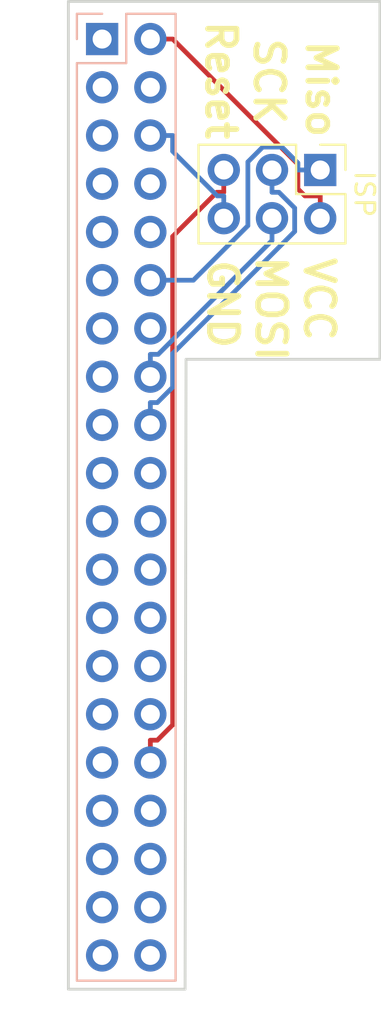
<source format=kicad_pcb>
(kicad_pcb (version 20171130) (host pcbnew "(5.0.2)-1")

  (general
    (thickness 1.6)
    (drawings 12)
    (tracks 39)
    (zones 0)
    (modules 2)
    (nets 7)
  )

  (page A4)
  (layers
    (0 F.Cu signal)
    (31 B.Cu signal)
    (32 B.Adhes user)
    (33 F.Adhes user)
    (34 B.Paste user)
    (35 F.Paste user)
    (36 B.SilkS user)
    (37 F.SilkS user)
    (38 B.Mask user)
    (39 F.Mask user)
    (40 Dwgs.User user)
    (41 Cmts.User user)
    (42 Eco1.User user)
    (43 Eco2.User user)
    (44 Edge.Cuts user)
    (45 Margin user)
    (46 B.CrtYd user)
    (47 F.CrtYd user)
    (48 B.Fab user)
    (49 F.Fab user)
  )

  (setup
    (last_trace_width 0.25)
    (trace_clearance 0.2)
    (zone_clearance 0.508)
    (zone_45_only no)
    (trace_min 0.2)
    (segment_width 0.2)
    (edge_width 0.15)
    (via_size 0.8)
    (via_drill 0.4)
    (via_min_size 0.4)
    (via_min_drill 0.3)
    (uvia_size 0.3)
    (uvia_drill 0.1)
    (uvias_allowed no)
    (uvia_min_size 0.2)
    (uvia_min_drill 0.1)
    (pcb_text_width 0.3)
    (pcb_text_size 1.5 1.5)
    (mod_edge_width 0.15)
    (mod_text_size 1 1)
    (mod_text_width 0.15)
    (pad_size 1.524 1.524)
    (pad_drill 0.762)
    (pad_to_mask_clearance 0.051)
    (solder_mask_min_width 0.25)
    (aux_axis_origin 0 0)
    (visible_elements FFFFFF7F)
    (pcbplotparams
      (layerselection 0x010fc_ffffffff)
      (usegerberextensions false)
      (usegerberattributes false)
      (usegerberadvancedattributes false)
      (creategerberjobfile false)
      (excludeedgelayer true)
      (linewidth 0.100000)
      (plotframeref false)
      (viasonmask false)
      (mode 1)
      (useauxorigin false)
      (hpglpennumber 1)
      (hpglpenspeed 20)
      (hpglpendiameter 15.000000)
      (psnegative false)
      (psa4output false)
      (plotreference true)
      (plotvalue true)
      (plotinvisibletext false)
      (padsonsilk false)
      (subtractmaskfromsilk false)
      (outputformat 1)
      (mirror false)
      (drillshape 1)
      (scaleselection 1)
      (outputdirectory ""))
  )

  (net 0 "")
  (net 1 /ISP_VCC)
  (net 2 /ISP_GND)
  (net 3 /ISP_MISO)
  (net 4 /ISP_MOSI)
  (net 5 /ISP_SCK)
  (net 6 /ISP_RESET)

  (net_class Default "This is the default net class."
    (clearance 0.2)
    (trace_width 0.25)
    (via_dia 0.8)
    (via_drill 0.4)
    (uvia_dia 0.3)
    (uvia_drill 0.1)
    (add_net /ISP_GND)
    (add_net /ISP_MISO)
    (add_net /ISP_MOSI)
    (add_net /ISP_RESET)
    (add_net /ISP_SCK)
    (add_net /ISP_VCC)
  )

  (module Connector_PinSocket_2.54mm:PinSocket_2x20_P2.54mm_Vertical (layer B.Cu) (tedit 5CD612F0) (tstamp 5CE2A7C9)
    (at 156.515 87.376 180)
    (descr "Through hole straight socket strip, 2x20, 2.54mm pitch, double cols (from Kicad 4.0.7), script generated")
    (tags "Through hole socket strip THT 2x20 2.54mm double row")
    (path /5CD610BF)
    (fp_text reference J1 (at -1.27 2.77 180) (layer B.SilkS) hide
      (effects (font (size 1 1) (thickness 0.15)) (justify mirror))
    )
    (fp_text value Raspberry_Pi_2_3 (at -1.27 -51.03 180) (layer B.Fab)
      (effects (font (size 1 1) (thickness 0.15)) (justify mirror))
    )
    (fp_line (start -3.81 1.27) (end 0.27 1.27) (layer B.Fab) (width 0.1))
    (fp_line (start 0.27 1.27) (end 1.27 0.27) (layer B.Fab) (width 0.1))
    (fp_line (start 1.27 0.27) (end 1.27 -49.53) (layer B.Fab) (width 0.1))
    (fp_line (start 1.27 -49.53) (end -3.81 -49.53) (layer B.Fab) (width 0.1))
    (fp_line (start -3.81 -49.53) (end -3.81 1.27) (layer B.Fab) (width 0.1))
    (fp_line (start -3.87 1.33) (end -1.27 1.33) (layer B.SilkS) (width 0.12))
    (fp_line (start -3.87 1.33) (end -3.87 -49.59) (layer B.SilkS) (width 0.12))
    (fp_line (start -3.87 -49.59) (end 1.33 -49.59) (layer B.SilkS) (width 0.12))
    (fp_line (start 1.33 -1.27) (end 1.33 -49.59) (layer B.SilkS) (width 0.12))
    (fp_line (start -1.27 -1.27) (end 1.33 -1.27) (layer B.SilkS) (width 0.12))
    (fp_line (start -1.27 1.33) (end -1.27 -1.27) (layer B.SilkS) (width 0.12))
    (fp_line (start 1.33 1.33) (end 1.33 0) (layer B.SilkS) (width 0.12))
    (fp_line (start 0 1.33) (end 1.33 1.33) (layer B.SilkS) (width 0.12))
    (fp_line (start -4.34 1.8) (end 1.76 1.8) (layer B.CrtYd) (width 0.05))
    (fp_line (start 1.76 1.8) (end 1.76 -50) (layer B.CrtYd) (width 0.05))
    (fp_line (start 1.76 -50) (end -4.34 -50) (layer B.CrtYd) (width 0.05))
    (fp_line (start -4.34 -50) (end -4.34 1.8) (layer B.CrtYd) (width 0.05))
    (fp_text user %R (at -1.27 -24.13 90) (layer B.Fab)
      (effects (font (size 1 1) (thickness 0.15)) (justify mirror))
    )
    (pad 1 thru_hole rect (at 0 0 180) (size 1.7 1.7) (drill 1) (layers *.Cu *.Mask))
    (pad 2 thru_hole oval (at -2.54 0 180) (size 1.7 1.7) (drill 1) (layers *.Cu *.Mask)
      (net 1 /ISP_VCC))
    (pad 3 thru_hole oval (at 0 -2.54 180) (size 1.7 1.7) (drill 1) (layers *.Cu *.Mask))
    (pad 4 thru_hole oval (at -2.54 -2.54 180) (size 1.7 1.7) (drill 1) (layers *.Cu *.Mask))
    (pad 5 thru_hole oval (at 0 -5.08 180) (size 1.7 1.7) (drill 1) (layers *.Cu *.Mask))
    (pad 6 thru_hole oval (at -2.54 -5.08 180) (size 1.7 1.7) (drill 1) (layers *.Cu *.Mask)
      (net 2 /ISP_GND))
    (pad 7 thru_hole oval (at 0 -7.62 180) (size 1.7 1.7) (drill 1) (layers *.Cu *.Mask))
    (pad 8 thru_hole oval (at -2.54 -7.62 180) (size 1.7 1.7) (drill 1) (layers *.Cu *.Mask))
    (pad 9 thru_hole oval (at 0 -10.16 180) (size 1.7 1.7) (drill 1) (layers *.Cu *.Mask))
    (pad 10 thru_hole oval (at -2.54 -10.16 180) (size 1.7 1.7) (drill 1) (layers *.Cu *.Mask))
    (pad 11 thru_hole oval (at 0 -12.7 180) (size 1.7 1.7) (drill 1) (layers *.Cu *.Mask))
    (pad 12 thru_hole oval (at -2.54 -12.7 180) (size 1.7 1.7) (drill 1) (layers *.Cu *.Mask)
      (net 3 /ISP_MISO))
    (pad 13 thru_hole oval (at 0 -15.24 180) (size 1.7 1.7) (drill 1) (layers *.Cu *.Mask))
    (pad 14 thru_hole oval (at -2.54 -15.24 180) (size 1.7 1.7) (drill 1) (layers *.Cu *.Mask))
    (pad 15 thru_hole oval (at 0 -17.78 180) (size 1.7 1.7) (drill 1) (layers *.Cu *.Mask))
    (pad 16 thru_hole oval (at -2.54 -17.78 180) (size 1.7 1.7) (drill 1) (layers *.Cu *.Mask)
      (net 4 /ISP_MOSI))
    (pad 17 thru_hole oval (at 0 -20.32 180) (size 1.7 1.7) (drill 1) (layers *.Cu *.Mask))
    (pad 18 thru_hole oval (at -2.54 -20.32 180) (size 1.7 1.7) (drill 1) (layers *.Cu *.Mask)
      (net 5 /ISP_SCK))
    (pad 19 thru_hole oval (at 0 -22.86 180) (size 1.7 1.7) (drill 1) (layers *.Cu *.Mask))
    (pad 20 thru_hole oval (at -2.54 -22.86 180) (size 1.7 1.7) (drill 1) (layers *.Cu *.Mask))
    (pad 21 thru_hole oval (at 0 -25.4 180) (size 1.7 1.7) (drill 1) (layers *.Cu *.Mask))
    (pad 22 thru_hole oval (at -2.54 -25.4 180) (size 1.7 1.7) (drill 1) (layers *.Cu *.Mask))
    (pad 23 thru_hole oval (at 0 -27.94 180) (size 1.7 1.7) (drill 1) (layers *.Cu *.Mask))
    (pad 24 thru_hole oval (at -2.54 -27.94 180) (size 1.7 1.7) (drill 1) (layers *.Cu *.Mask))
    (pad 25 thru_hole oval (at 0 -30.48 180) (size 1.7 1.7) (drill 1) (layers *.Cu *.Mask))
    (pad 26 thru_hole oval (at -2.54 -30.48 180) (size 1.7 1.7) (drill 1) (layers *.Cu *.Mask))
    (pad 27 thru_hole oval (at 0 -33.02 180) (size 1.7 1.7) (drill 1) (layers *.Cu *.Mask))
    (pad 28 thru_hole oval (at -2.54 -33.02 180) (size 1.7 1.7) (drill 1) (layers *.Cu *.Mask))
    (pad 29 thru_hole oval (at 0 -35.56 180) (size 1.7 1.7) (drill 1) (layers *.Cu *.Mask))
    (pad 30 thru_hole oval (at -2.54 -35.56 180) (size 1.7 1.7) (drill 1) (layers *.Cu *.Mask))
    (pad 31 thru_hole oval (at 0 -38.1 180) (size 1.7 1.7) (drill 1) (layers *.Cu *.Mask))
    (pad 32 thru_hole oval (at -2.54 -38.1 180) (size 1.7 1.7) (drill 1) (layers *.Cu *.Mask)
      (net 6 /ISP_RESET))
    (pad 33 thru_hole oval (at 0 -40.64 180) (size 1.7 1.7) (drill 1) (layers *.Cu *.Mask))
    (pad 34 thru_hole oval (at -2.54 -40.64 180) (size 1.7 1.7) (drill 1) (layers *.Cu *.Mask))
    (pad 35 thru_hole oval (at 0 -43.18 180) (size 1.7 1.7) (drill 1) (layers *.Cu *.Mask))
    (pad 36 thru_hole oval (at -2.54 -43.18 180) (size 1.7 1.7) (drill 1) (layers *.Cu *.Mask))
    (pad 37 thru_hole oval (at 0 -45.72 180) (size 1.7 1.7) (drill 1) (layers *.Cu *.Mask))
    (pad 38 thru_hole oval (at -2.54 -45.72 180) (size 1.7 1.7) (drill 1) (layers *.Cu *.Mask))
    (pad 39 thru_hole oval (at 0 -48.26 180) (size 1.7 1.7) (drill 1) (layers *.Cu *.Mask))
    (pad 40 thru_hole oval (at -2.54 -48.26 180) (size 1.7 1.7) (drill 1) (layers *.Cu *.Mask))
    (model ${KISYS3DMOD}/Connector_PinSocket_2.54mm.3dshapes/PinSocket_2x20_P2.54mm_Vertical.wrl
      (at (xyz 0 0 0))
      (scale (xyz 1 1 1))
      (rotate (xyz 0 0 0))
    )
  )

  (module Connector_PinHeader_2.54mm:PinHeader_2x03_P2.54mm_Vertical (layer F.Cu) (tedit 5CD613DD) (tstamp 5CE2A7E5)
    (at 168.002 94.2714 270)
    (descr "Through hole straight pin header, 2x03, 2.54mm pitch, double rows")
    (tags "Through hole pin header THT 2x03 2.54mm double row")
    (path /5CD614D9)
    (fp_text reference ISP (at 1.27 -2.33 270 unlocked) (layer F.SilkS)
      (effects (font (size 1 1) (thickness 0.15)))
    )
    (fp_text value AVR-ISP-6 (at 1.27 7.41 270) (layer F.Fab)
      (effects (font (size 1 1) (thickness 0.15)))
    )
    (fp_line (start 0 -1.27) (end 3.81 -1.27) (layer F.Fab) (width 0.1))
    (fp_line (start 3.81 -1.27) (end 3.81 6.35) (layer F.Fab) (width 0.1))
    (fp_line (start 3.81 6.35) (end -1.27 6.35) (layer F.Fab) (width 0.1))
    (fp_line (start -1.27 6.35) (end -1.27 0) (layer F.Fab) (width 0.1))
    (fp_line (start -1.27 0) (end 0 -1.27) (layer F.Fab) (width 0.1))
    (fp_line (start -1.33 6.41) (end 3.87 6.41) (layer F.SilkS) (width 0.12))
    (fp_line (start -1.33 1.27) (end -1.33 6.41) (layer F.SilkS) (width 0.12))
    (fp_line (start 3.87 -1.33) (end 3.87 6.41) (layer F.SilkS) (width 0.12))
    (fp_line (start -1.33 1.27) (end 1.27 1.27) (layer F.SilkS) (width 0.12))
    (fp_line (start 1.27 1.27) (end 1.27 -1.33) (layer F.SilkS) (width 0.12))
    (fp_line (start 1.27 -1.33) (end 3.87 -1.33) (layer F.SilkS) (width 0.12))
    (fp_line (start -1.33 0) (end -1.33 -1.33) (layer F.SilkS) (width 0.12))
    (fp_line (start -1.33 -1.33) (end 0 -1.33) (layer F.SilkS) (width 0.12))
    (fp_line (start -1.8 -1.8) (end -1.8 6.85) (layer F.CrtYd) (width 0.05))
    (fp_line (start -1.8 6.85) (end 4.35 6.85) (layer F.CrtYd) (width 0.05))
    (fp_line (start 4.35 6.85) (end 4.35 -1.8) (layer F.CrtYd) (width 0.05))
    (fp_line (start 4.35 -1.8) (end -1.8 -1.8) (layer F.CrtYd) (width 0.05))
    (fp_text user %R (at 1.27 2.54) (layer F.Fab)
      (effects (font (size 1 1) (thickness 0.15)))
    )
    (pad 1 thru_hole rect (at 0 0 270) (size 1.7 1.7) (drill 1) (layers *.Cu *.Mask)
      (net 3 /ISP_MISO))
    (pad 2 thru_hole oval (at 2.54 0 270) (size 1.7 1.7) (drill 1) (layers *.Cu *.Mask)
      (net 1 /ISP_VCC))
    (pad 3 thru_hole oval (at 0 2.54 270) (size 1.7 1.7) (drill 1) (layers *.Cu *.Mask)
      (net 5 /ISP_SCK))
    (pad 4 thru_hole oval (at 2.54 2.54 270) (size 1.7 1.7) (drill 1) (layers *.Cu *.Mask)
      (net 4 /ISP_MOSI))
    (pad 5 thru_hole oval (at 0 5.08 270) (size 1.7 1.7) (drill 1) (layers *.Cu *.Mask)
      (net 6 /ISP_RESET))
    (pad 6 thru_hole oval (at 2.54 5.08 270) (size 1.7 1.7) (drill 1) (layers *.Cu *.Mask)
      (net 2 /ISP_GND))
    (model ${KISYS3DMOD}/Connector_PinHeader_2.54mm.3dshapes/PinHeader_2x03_P2.54mm_Vertical.wrl
      (at (xyz 0 0 0))
      (scale (xyz 1 1 1))
      (rotate (xyz 0 0 0))
    )
  )

  (gr_line (start 154.7368 85.3948) (end 154.7368 137.414) (layer Edge.Cuts) (width 0.15))
  (gr_line (start 171.1452 85.3948) (end 154.7368 85.3948) (layer Edge.Cuts) (width 0.15))
  (gr_line (start 171.1452 104.2416) (end 171.1452 85.3948) (layer Edge.Cuts) (width 0.15))
  (gr_line (start 160.9344 104.2416) (end 171.1452 104.2416) (layer Edge.Cuts) (width 0.15))
  (gr_line (start 160.8836 137.414) (end 160.9344 104.2416) (layer Edge.Cuts) (width 0.15))
  (gr_line (start 154.7368 137.414) (end 160.8836 137.414) (layer Edge.Cuts) (width 0.15))
  (gr_text GND (at 162.870779 101.332635 270) (layer F.SilkS)
    (effects (font (size 1.5 1.5) (thickness 0.3)))
  )
  (gr_text MOSI (at 165.410779 101.586635 270) (layer F.SilkS)
    (effects (font (size 1.5 1.5) (thickness 0.3)))
  )
  (gr_text VCC (at 167.950779 101.078635 270) (layer F.SilkS)
    (effects (font (size 1.5 1.5) (thickness 0.3)))
  )
  (gr_text Reset (at 162.769179 89.547035 270) (layer F.SilkS)
    (effects (font (size 1.5 1.5) (thickness 0.3)))
  )
  (gr_text SCK (at 165.309179 89.597835 270) (layer F.SilkS)
    (effects (font (size 1.5 1.5) (thickness 0.3)))
  )
  (gr_text Miso (at 168.052379 90.004235 270) (layer F.SilkS)
    (effects (font (size 1.5 1.5) (thickness 0.3)))
  )

  (segment (start 168.002 96.8114) (end 168.002 95.6361) (width 0.25) (layer F.Cu) (net 1))
  (segment (start 168.002 95.6361) (end 167.1939 95.6361) (width 0.25) (layer F.Cu) (net 1))
  (segment (start 167.1939 95.6361) (end 166.8267 95.2689) (width 0.25) (layer F.Cu) (net 1))
  (segment (start 166.8267 95.2689) (end 166.8267 93.9709) (width 0.25) (layer F.Cu) (net 1))
  (segment (start 166.8267 93.9709) (end 160.2318 87.376) (width 0.25) (layer F.Cu) (net 1))
  (segment (start 160.2318 87.376) (end 159.055 87.376) (width 0.25) (layer F.Cu) (net 1))
  (segment (start 159.055 92.456) (end 160.2303 92.456) (width 0.25) (layer B.Cu) (net 2))
  (segment (start 162.922 96.8114) (end 162.922 95.6361) (width 0.25) (layer B.Cu) (net 2))
  (segment (start 162.922 95.6361) (end 162.5785 95.6361) (width 0.25) (layer B.Cu) (net 2))
  (segment (start 162.5785 95.6361) (end 160.2303 93.2879) (width 0.25) (layer B.Cu) (net 2))
  (segment (start 160.2303 93.2879) (end 160.2303 92.456) (width 0.25) (layer B.Cu) (net 2))
  (segment (start 168.002 94.2714) (end 166.8267 94.2714) (width 0.25) (layer B.Cu) (net 3))
  (segment (start 166.8267 94.2714) (end 166.8267 93.9041) (width 0.25) (layer B.Cu) (net 3))
  (segment (start 166.8267 93.9041) (end 165.9868 93.0642) (width 0.25) (layer B.Cu) (net 3))
  (segment (start 165.9868 93.0642) (end 164.9728 93.0642) (width 0.25) (layer B.Cu) (net 3))
  (segment (start 164.9728 93.0642) (end 164.192 93.845) (width 0.25) (layer B.Cu) (net 3))
  (segment (start 164.192 93.845) (end 164.192 97.2056) (width 0.25) (layer B.Cu) (net 3))
  (segment (start 164.192 97.2056) (end 161.3216 100.076) (width 0.25) (layer B.Cu) (net 3))
  (segment (start 161.3216 100.076) (end 159.055 100.076) (width 0.25) (layer B.Cu) (net 3))
  (segment (start 165.462 96.8114) (end 165.462 97.9867) (width 0.25) (layer B.Cu) (net 4))
  (segment (start 159.055 105.156) (end 159.055 103.9807) (width 0.25) (layer B.Cu) (net 4))
  (segment (start 165.462 97.9867) (end 159.468 103.9807) (width 0.25) (layer B.Cu) (net 4))
  (segment (start 159.468 103.9807) (end 159.055 103.9807) (width 0.25) (layer B.Cu) (net 4))
  (segment (start 159.055 107.696) (end 159.055 106.5207) (width 0.25) (layer B.Cu) (net 5))
  (segment (start 165.462 94.2714) (end 165.462 95.4467) (width 0.25) (layer B.Cu) (net 5))
  (segment (start 165.462 95.4467) (end 165.8293 95.4467) (width 0.25) (layer B.Cu) (net 5))
  (segment (start 165.8293 95.4467) (end 166.656 96.2734) (width 0.25) (layer B.Cu) (net 5))
  (segment (start 166.656 96.2734) (end 166.656 97.5123) (width 0.25) (layer B.Cu) (net 5))
  (segment (start 166.656 97.5123) (end 160.2303 103.938) (width 0.25) (layer B.Cu) (net 5))
  (segment (start 160.2303 103.938) (end 160.2303 105.7128) (width 0.25) (layer B.Cu) (net 5))
  (segment (start 160.2303 105.7128) (end 159.4224 106.5207) (width 0.25) (layer B.Cu) (net 5))
  (segment (start 159.4224 106.5207) (end 159.055 106.5207) (width 0.25) (layer B.Cu) (net 5))
  (segment (start 159.055 125.476) (end 159.055 124.3007) (width 0.25) (layer F.Cu) (net 6))
  (segment (start 162.922 94.2714) (end 162.922 95.4467) (width 0.25) (layer F.Cu) (net 6))
  (segment (start 162.922 95.4467) (end 162.5547 95.4467) (width 0.25) (layer F.Cu) (net 6))
  (segment (start 162.5547 95.4467) (end 160.2303 97.7711) (width 0.25) (layer F.Cu) (net 6))
  (segment (start 160.2303 97.7711) (end 160.2303 123.4928) (width 0.25) (layer F.Cu) (net 6))
  (segment (start 160.2303 123.4928) (end 159.4224 124.3007) (width 0.25) (layer F.Cu) (net 6))
  (segment (start 159.4224 124.3007) (end 159.055 124.3007) (width 0.25) (layer F.Cu) (net 6))

)

</source>
